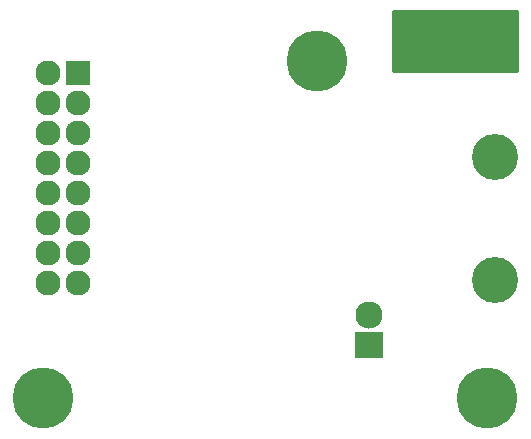
<source format=gbr>
G04 #@! TF.FileFunction,Soldermask,Bot*
%FSLAX46Y46*%
G04 Gerber Fmt 4.6, Leading zero omitted, Abs format (unit mm)*
G04 Created by KiCad (PCBNEW (2015-08-05 BZR 6055, Git fa29c62)-product) date 3/31/2016 4:17:10 PM*
%MOMM*%
G01*
G04 APERTURE LIST*
%ADD10C,0.100000*%
%ADD11C,0.150000*%
%ADD12C,5.162500*%
%ADD13R,2.400000X2.300000*%
%ADD14C,2.300000*%
%ADD15C,3.900000*%
%ADD16R,2.127200X2.127200*%
%ADD17O,2.127200X2.127200*%
%ADD18C,0.254000*%
G04 APERTURE END LIST*
D10*
D11*
X152796051Y-73500000D02*
G75*
G03X152796051Y-73500000I-1796051J0D01*
G01*
X115196051Y-73500000D02*
G75*
G03X115196051Y-73500000I-1796051J0D01*
G01*
X138396051Y-45000000D02*
G75*
G03X138396051Y-45000000I-1796051J0D01*
G01*
D12*
X151000000Y-73500000D03*
X113400000Y-73500000D03*
D13*
X141000000Y-69000000D03*
D14*
X141000000Y-66460000D03*
D15*
X151660000Y-53088000D03*
X151660000Y-63498000D03*
D16*
X116332000Y-45974000D03*
D17*
X113792000Y-45974000D03*
X116332000Y-48514000D03*
X113792000Y-48514000D03*
X116332000Y-51054000D03*
X113792000Y-51054000D03*
X116332000Y-53594000D03*
X113792000Y-53594000D03*
X116332000Y-56134000D03*
X113792000Y-56134000D03*
X116332000Y-58674000D03*
X113792000Y-58674000D03*
X116332000Y-61214000D03*
X113792000Y-61214000D03*
X116332000Y-63754000D03*
X113792000Y-63754000D03*
D12*
X136600000Y-45000000D03*
D18*
G36*
X153543000Y-45847000D02*
X143002000Y-45847000D01*
X143002000Y-40767000D01*
X153543000Y-40767000D01*
X153543000Y-45847000D01*
X153543000Y-45847000D01*
G37*
X153543000Y-45847000D02*
X143002000Y-45847000D01*
X143002000Y-40767000D01*
X153543000Y-40767000D01*
X153543000Y-45847000D01*
M02*

</source>
